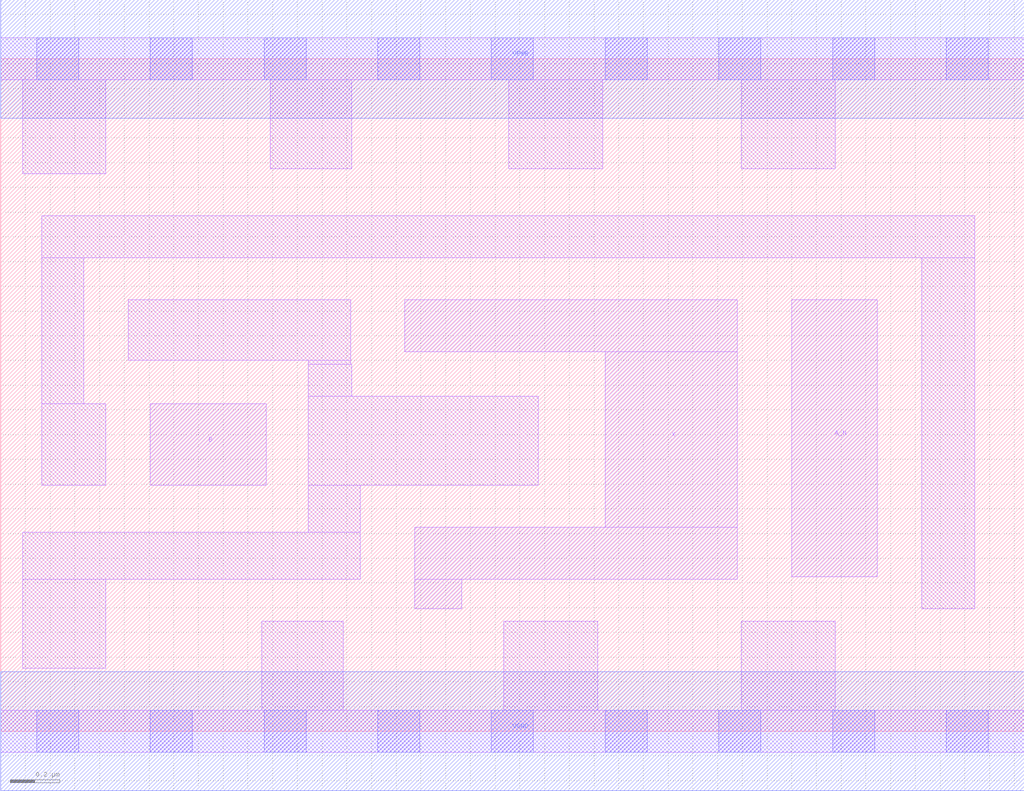
<source format=lef>
# Copyright 2020 The SkyWater PDK Authors
#
# Licensed under the Apache License, Version 2.0 (the "License");
# you may not use this file except in compliance with the License.
# You may obtain a copy of the License at
#
#     https://www.apache.org/licenses/LICENSE-2.0
#
# Unless required by applicable law or agreed to in writing, software
# distributed under the License is distributed on an "AS IS" BASIS,
# WITHOUT WARRANTIES OR CONDITIONS OF ANY KIND, either express or implied.
# See the License for the specific language governing permissions and
# limitations under the License.
#
# SPDX-License-Identifier: Apache-2.0

VERSION 5.7 ;
  NAMESCASESENSITIVE ON ;
  NOWIREEXTENSIONATPIN ON ;
  DIVIDERCHAR "/" ;
  BUSBITCHARS "[]" ;
UNITS
  DATABASE MICRONS 200 ;
END UNITS
PROPERTYDEFINITIONS
  MACRO maskLayoutSubType STRING ;
  MACRO prCellType STRING ;
  MACRO originalViewName STRING ;
END PROPERTYDEFINITIONS
MACRO sky130_fd_sc_hdll__and2b_4
  CLASS CORE ;
  FOREIGN sky130_fd_sc_hdll__and2b_4 ;
  ORIGIN  0.000000  0.000000 ;
  SIZE  4.140000 BY  2.720000 ;
  SYMMETRY X Y R90 ;
  SITE unithd ;
  PIN A_N
    ANTENNAGATEAREA  0.138600 ;
    DIRECTION INPUT ;
    USE SIGNAL ;
    PORT
      LAYER li1 ;
        RECT 3.200000 0.625000 3.545000 1.745000 ;
    END
  END A_N
  PIN B
    ANTENNAGATEAREA  0.277500 ;
    DIRECTION INPUT ;
    USE SIGNAL ;
    PORT
      LAYER li1 ;
        RECT 0.605000 0.995000 1.075000 1.325000 ;
    END
  END B
  PIN VGND
    ANTENNADIFFAREA  0.761000 ;
    DIRECTION INOUT ;
    USE SIGNAL ;
    PORT
      LAYER met1 ;
        RECT 0.000000 -0.240000 4.140000 0.240000 ;
    END
  END VGND
  PIN VPWR
    ANTENNADIFFAREA  1.275700 ;
    DIRECTION INOUT ;
    USE SIGNAL ;
    PORT
      LAYER met1 ;
        RECT 0.000000 2.480000 4.140000 2.960000 ;
    END
  END VPWR
  PIN X
    ANTENNADIFFAREA  1.071500 ;
    DIRECTION OUTPUT ;
    USE SIGNAL ;
    PORT
      LAYER li1 ;
        RECT 1.635000 1.535000 2.980000 1.745000 ;
        RECT 1.675000 0.495000 1.865000 0.615000 ;
        RECT 1.675000 0.615000 2.980000 0.825000 ;
        RECT 2.445000 0.825000 2.980000 1.535000 ;
    END
  END X
  OBS
    LAYER li1 ;
      RECT 0.000000 -0.085000 4.140000 0.085000 ;
      RECT 0.000000  2.635000 4.140000 2.805000 ;
      RECT 0.090000  0.255000 0.425000 0.615000 ;
      RECT 0.090000  0.615000 1.455000 0.805000 ;
      RECT 0.090000  2.255000 0.425000 2.635000 ;
      RECT 0.165000  0.995000 0.425000 1.325000 ;
      RECT 0.165000  1.325000 0.335000 1.915000 ;
      RECT 0.165000  1.915000 3.940000 2.085000 ;
      RECT 0.515000  1.500000 1.415000 1.745000 ;
      RECT 1.055000  0.085000 1.385000 0.445000 ;
      RECT 1.090000  2.275000 1.420000 2.635000 ;
      RECT 1.245000  0.805000 1.455000 0.995000 ;
      RECT 1.245000  0.995000 2.175000 1.355000 ;
      RECT 1.245000  1.355000 1.420000 1.485000 ;
      RECT 1.245000  1.485000 1.415000 1.500000 ;
      RECT 2.035000  0.085000 2.415000 0.445000 ;
      RECT 2.055000  2.275000 2.435000 2.635000 ;
      RECT 2.995000  0.085000 3.375000 0.445000 ;
      RECT 2.995000  2.275000 3.375000 2.635000 ;
      RECT 3.725000  0.495000 3.940000 1.915000 ;
    LAYER mcon ;
      RECT 0.145000 -0.085000 0.315000 0.085000 ;
      RECT 0.145000  2.635000 0.315000 2.805000 ;
      RECT 0.605000 -0.085000 0.775000 0.085000 ;
      RECT 0.605000  2.635000 0.775000 2.805000 ;
      RECT 1.065000 -0.085000 1.235000 0.085000 ;
      RECT 1.065000  2.635000 1.235000 2.805000 ;
      RECT 1.525000 -0.085000 1.695000 0.085000 ;
      RECT 1.525000  2.635000 1.695000 2.805000 ;
      RECT 1.985000 -0.085000 2.155000 0.085000 ;
      RECT 1.985000  2.635000 2.155000 2.805000 ;
      RECT 2.445000 -0.085000 2.615000 0.085000 ;
      RECT 2.445000  2.635000 2.615000 2.805000 ;
      RECT 2.905000 -0.085000 3.075000 0.085000 ;
      RECT 2.905000  2.635000 3.075000 2.805000 ;
      RECT 3.365000 -0.085000 3.535000 0.085000 ;
      RECT 3.365000  2.635000 3.535000 2.805000 ;
      RECT 3.825000 -0.085000 3.995000 0.085000 ;
      RECT 3.825000  2.635000 3.995000 2.805000 ;
  END
  PROPERTY maskLayoutSubType "abstract" ;
  PROPERTY prCellType "standard" ;
  PROPERTY originalViewName "layout" ;
END sky130_fd_sc_hdll__and2b_4
END LIBRARY

</source>
